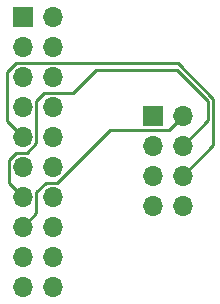
<source format=gbl>
%TF.GenerationSoftware,KiCad,Pcbnew,(5.1.6-0-10_14)*%
%TF.CreationDate,2022-06-04T16:36:40-05:00*%
%TF.ProjectId,programmer_adapter_v2,70726f67-7261-46d6-9d65-725f61646170,rev?*%
%TF.SameCoordinates,Original*%
%TF.FileFunction,Copper,L4,Bot*%
%TF.FilePolarity,Positive*%
%FSLAX46Y46*%
G04 Gerber Fmt 4.6, Leading zero omitted, Abs format (unit mm)*
G04 Created by KiCad (PCBNEW (5.1.6-0-10_14)) date 2022-06-04 16:36:40*
%MOMM*%
%LPD*%
G01*
G04 APERTURE LIST*
%TA.AperFunction,ComponentPad*%
%ADD10R,1.700000X1.700000*%
%TD*%
%TA.AperFunction,ComponentPad*%
%ADD11O,1.700000X1.700000*%
%TD*%
%TA.AperFunction,Conductor*%
%ADD12C,0.250000*%
%TD*%
G04 APERTURE END LIST*
D10*
X69230000Y-54530000D03*
D11*
X71770000Y-54530000D03*
X69230000Y-57070000D03*
X71770000Y-57070000D03*
X69230000Y-59610000D03*
X71770000Y-59610000D03*
X69230000Y-62150000D03*
X71770000Y-62150000D03*
X69230000Y-64690000D03*
X71770000Y-64690000D03*
X69230000Y-67230000D03*
X71770000Y-67230000D03*
X69230000Y-69770000D03*
X71770000Y-69770000D03*
X69230000Y-72310000D03*
X71770000Y-72310000D03*
X69230000Y-74850000D03*
X71770000Y-74850000D03*
X69230000Y-77390000D03*
X71770000Y-77390000D03*
D10*
X80240000Y-62920000D03*
D11*
X82780000Y-62920000D03*
X80240000Y-65460000D03*
X82780000Y-65460000D03*
X80240000Y-68000000D03*
X82780000Y-68000000D03*
X80240000Y-70540000D03*
X82780000Y-70540000D03*
D12*
X85400000Y-61480000D02*
X85400000Y-65380000D01*
X67894200Y-59206798D02*
X68665999Y-58434999D01*
X85400000Y-65380000D02*
X82780000Y-68000000D01*
X68665999Y-58434999D02*
X82354999Y-58434999D01*
X67894200Y-63354200D02*
X67894200Y-59206798D01*
X82354999Y-58434999D02*
X85400000Y-61480000D01*
X69230000Y-64690000D02*
X67894200Y-63354200D01*
X84949990Y-63290010D02*
X82780000Y-65460000D01*
X84949990Y-61699990D02*
X84949990Y-63290010D01*
X69604003Y-66054999D02*
X70405001Y-65254001D01*
X75488800Y-59029600D02*
X82279600Y-59029600D01*
X71079601Y-60974999D02*
X73543401Y-60974999D01*
X68054999Y-68594999D02*
X68054999Y-66665999D01*
X68665999Y-66054999D02*
X69604003Y-66054999D01*
X73543401Y-60974999D02*
X75488800Y-59029600D01*
X68054999Y-66665999D02*
X68665999Y-66054999D01*
X82279600Y-59029600D02*
X84949990Y-61699990D01*
X70405001Y-61649599D02*
X71079601Y-60974999D01*
X70405001Y-65254001D02*
X70405001Y-61649599D01*
X69230000Y-69770000D02*
X68054999Y-68594999D01*
X70405001Y-69395997D02*
X70405001Y-71134999D01*
X71205999Y-68594999D02*
X70405001Y-69395997D01*
X72144003Y-68594999D02*
X71205999Y-68594999D01*
X70405001Y-71134999D02*
X69230000Y-72310000D01*
X81604999Y-64095001D02*
X82780000Y-62920000D01*
X76644001Y-64095001D02*
X81604999Y-64095001D01*
X72144003Y-68594999D02*
X76644001Y-64095001D01*
M02*

</source>
